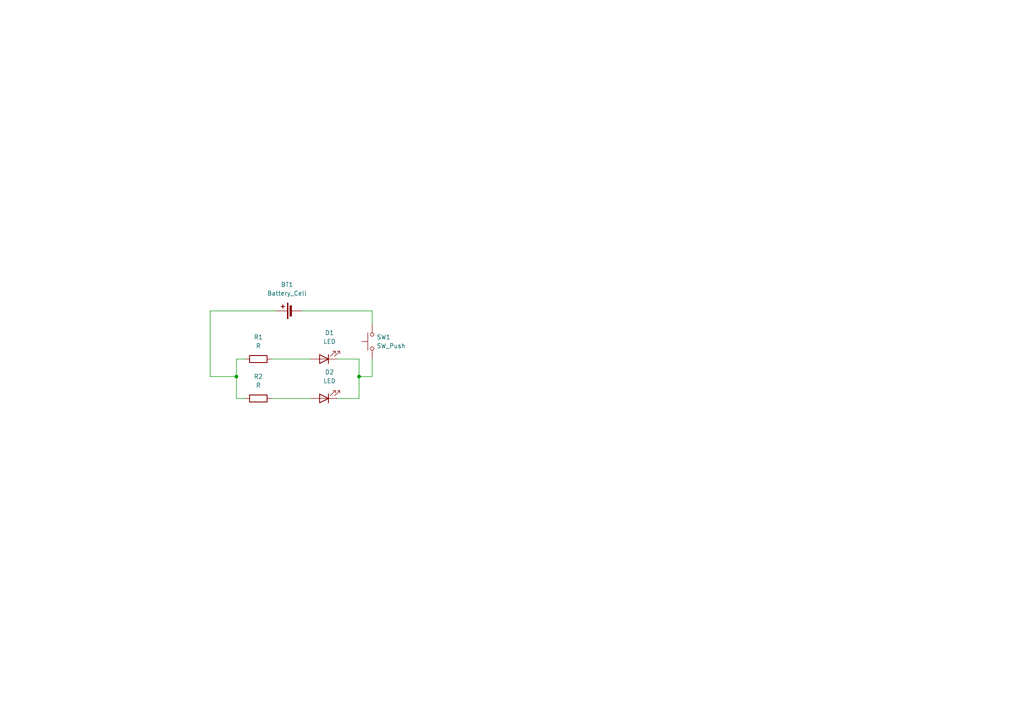
<source format=kicad_sch>
(kicad_sch
	(version 20250114)
	(generator "eeschema")
	(generator_version "9.0")
	(uuid "fecd14c1-0769-4a91-8bc8-a5e29011a5ac")
	(paper "A4")
	(lib_symbols
		(symbol "Device:Battery_Cell"
			(pin_numbers
				(hide yes)
			)
			(pin_names
				(offset 0)
				(hide yes)
			)
			(exclude_from_sim no)
			(in_bom yes)
			(on_board yes)
			(property "Reference" "BT"
				(at 2.54 2.54 0)
				(effects
					(font
						(size 1.27 1.27)
					)
					(justify left)
				)
			)
			(property "Value" "Battery_Cell"
				(at 2.54 0 0)
				(effects
					(font
						(size 1.27 1.27)
					)
					(justify left)
				)
			)
			(property "Footprint" ""
				(at 0 1.524 90)
				(effects
					(font
						(size 1.27 1.27)
					)
					(hide yes)
				)
			)
			(property "Datasheet" "~"
				(at 0 1.524 90)
				(effects
					(font
						(size 1.27 1.27)
					)
					(hide yes)
				)
			)
			(property "Description" "Single-cell battery"
				(at 0 0 0)
				(effects
					(font
						(size 1.27 1.27)
					)
					(hide yes)
				)
			)
			(property "ki_keywords" "battery cell"
				(at 0 0 0)
				(effects
					(font
						(size 1.27 1.27)
					)
					(hide yes)
				)
			)
			(symbol "Battery_Cell_0_1"
				(rectangle
					(start -2.286 1.778)
					(end 2.286 1.524)
					(stroke
						(width 0)
						(type default)
					)
					(fill
						(type outline)
					)
				)
				(rectangle
					(start -1.524 1.016)
					(end 1.524 0.508)
					(stroke
						(width 0)
						(type default)
					)
					(fill
						(type outline)
					)
				)
				(polyline
					(pts
						(xy 0 1.778) (xy 0 2.54)
					)
					(stroke
						(width 0)
						(type default)
					)
					(fill
						(type none)
					)
				)
				(polyline
					(pts
						(xy 0 0.762) (xy 0 0)
					)
					(stroke
						(width 0)
						(type default)
					)
					(fill
						(type none)
					)
				)
				(polyline
					(pts
						(xy 0.762 3.048) (xy 1.778 3.048)
					)
					(stroke
						(width 0.254)
						(type default)
					)
					(fill
						(type none)
					)
				)
				(polyline
					(pts
						(xy 1.27 3.556) (xy 1.27 2.54)
					)
					(stroke
						(width 0.254)
						(type default)
					)
					(fill
						(type none)
					)
				)
			)
			(symbol "Battery_Cell_1_1"
				(pin passive line
					(at 0 5.08 270)
					(length 2.54)
					(name "+"
						(effects
							(font
								(size 1.27 1.27)
							)
						)
					)
					(number "1"
						(effects
							(font
								(size 1.27 1.27)
							)
						)
					)
				)
				(pin passive line
					(at 0 -2.54 90)
					(length 2.54)
					(name "-"
						(effects
							(font
								(size 1.27 1.27)
							)
						)
					)
					(number "2"
						(effects
							(font
								(size 1.27 1.27)
							)
						)
					)
				)
			)
			(embedded_fonts no)
		)
		(symbol "Device:LED"
			(pin_numbers
				(hide yes)
			)
			(pin_names
				(offset 1.016)
				(hide yes)
			)
			(exclude_from_sim no)
			(in_bom yes)
			(on_board yes)
			(property "Reference" "D"
				(at 0 2.54 0)
				(effects
					(font
						(size 1.27 1.27)
					)
				)
			)
			(property "Value" "LED"
				(at 0 -2.54 0)
				(effects
					(font
						(size 1.27 1.27)
					)
				)
			)
			(property "Footprint" ""
				(at 0 0 0)
				(effects
					(font
						(size 1.27 1.27)
					)
					(hide yes)
				)
			)
			(property "Datasheet" "~"
				(at 0 0 0)
				(effects
					(font
						(size 1.27 1.27)
					)
					(hide yes)
				)
			)
			(property "Description" "Light emitting diode"
				(at 0 0 0)
				(effects
					(font
						(size 1.27 1.27)
					)
					(hide yes)
				)
			)
			(property "Sim.Pins" "1=K 2=A"
				(at 0 0 0)
				(effects
					(font
						(size 1.27 1.27)
					)
					(hide yes)
				)
			)
			(property "ki_keywords" "LED diode"
				(at 0 0 0)
				(effects
					(font
						(size 1.27 1.27)
					)
					(hide yes)
				)
			)
			(property "ki_fp_filters" "LED* LED_SMD:* LED_THT:*"
				(at 0 0 0)
				(effects
					(font
						(size 1.27 1.27)
					)
					(hide yes)
				)
			)
			(symbol "LED_0_1"
				(polyline
					(pts
						(xy -3.048 -0.762) (xy -4.572 -2.286) (xy -3.81 -2.286) (xy -4.572 -2.286) (xy -4.572 -1.524)
					)
					(stroke
						(width 0)
						(type default)
					)
					(fill
						(type none)
					)
				)
				(polyline
					(pts
						(xy -1.778 -0.762) (xy -3.302 -2.286) (xy -2.54 -2.286) (xy -3.302 -2.286) (xy -3.302 -1.524)
					)
					(stroke
						(width 0)
						(type default)
					)
					(fill
						(type none)
					)
				)
				(polyline
					(pts
						(xy -1.27 0) (xy 1.27 0)
					)
					(stroke
						(width 0)
						(type default)
					)
					(fill
						(type none)
					)
				)
				(polyline
					(pts
						(xy -1.27 -1.27) (xy -1.27 1.27)
					)
					(stroke
						(width 0.254)
						(type default)
					)
					(fill
						(type none)
					)
				)
				(polyline
					(pts
						(xy 1.27 -1.27) (xy 1.27 1.27) (xy -1.27 0) (xy 1.27 -1.27)
					)
					(stroke
						(width 0.254)
						(type default)
					)
					(fill
						(type none)
					)
				)
			)
			(symbol "LED_1_1"
				(pin passive line
					(at -3.81 0 0)
					(length 2.54)
					(name "K"
						(effects
							(font
								(size 1.27 1.27)
							)
						)
					)
					(number "1"
						(effects
							(font
								(size 1.27 1.27)
							)
						)
					)
				)
				(pin passive line
					(at 3.81 0 180)
					(length 2.54)
					(name "A"
						(effects
							(font
								(size 1.27 1.27)
							)
						)
					)
					(number "2"
						(effects
							(font
								(size 1.27 1.27)
							)
						)
					)
				)
			)
			(embedded_fonts no)
		)
		(symbol "Device:R"
			(pin_numbers
				(hide yes)
			)
			(pin_names
				(offset 0)
			)
			(exclude_from_sim no)
			(in_bom yes)
			(on_board yes)
			(property "Reference" "R"
				(at 2.032 0 90)
				(effects
					(font
						(size 1.27 1.27)
					)
				)
			)
			(property "Value" "R"
				(at 0 0 90)
				(effects
					(font
						(size 1.27 1.27)
					)
				)
			)
			(property "Footprint" ""
				(at -1.778 0 90)
				(effects
					(font
						(size 1.27 1.27)
					)
					(hide yes)
				)
			)
			(property "Datasheet" "~"
				(at 0 0 0)
				(effects
					(font
						(size 1.27 1.27)
					)
					(hide yes)
				)
			)
			(property "Description" "Resistor"
				(at 0 0 0)
				(effects
					(font
						(size 1.27 1.27)
					)
					(hide yes)
				)
			)
			(property "ki_keywords" "R res resistor"
				(at 0 0 0)
				(effects
					(font
						(size 1.27 1.27)
					)
					(hide yes)
				)
			)
			(property "ki_fp_filters" "R_*"
				(at 0 0 0)
				(effects
					(font
						(size 1.27 1.27)
					)
					(hide yes)
				)
			)
			(symbol "R_0_1"
				(rectangle
					(start -1.016 -2.54)
					(end 1.016 2.54)
					(stroke
						(width 0.254)
						(type default)
					)
					(fill
						(type none)
					)
				)
			)
			(symbol "R_1_1"
				(pin passive line
					(at 0 3.81 270)
					(length 1.27)
					(name "~"
						(effects
							(font
								(size 1.27 1.27)
							)
						)
					)
					(number "1"
						(effects
							(font
								(size 1.27 1.27)
							)
						)
					)
				)
				(pin passive line
					(at 0 -3.81 90)
					(length 1.27)
					(name "~"
						(effects
							(font
								(size 1.27 1.27)
							)
						)
					)
					(number "2"
						(effects
							(font
								(size 1.27 1.27)
							)
						)
					)
				)
			)
			(embedded_fonts no)
		)
		(symbol "Switch:SW_Push"
			(pin_numbers
				(hide yes)
			)
			(pin_names
				(offset 1.016)
				(hide yes)
			)
			(exclude_from_sim no)
			(in_bom yes)
			(on_board yes)
			(property "Reference" "SW"
				(at 1.27 2.54 0)
				(effects
					(font
						(size 1.27 1.27)
					)
					(justify left)
				)
			)
			(property "Value" "SW_Push"
				(at 0 -1.524 0)
				(effects
					(font
						(size 1.27 1.27)
					)
				)
			)
			(property "Footprint" ""
				(at 0 5.08 0)
				(effects
					(font
						(size 1.27 1.27)
					)
					(hide yes)
				)
			)
			(property "Datasheet" "~"
				(at 0 5.08 0)
				(effects
					(font
						(size 1.27 1.27)
					)
					(hide yes)
				)
			)
			(property "Description" "Push button switch, generic, two pins"
				(at 0 0 0)
				(effects
					(font
						(size 1.27 1.27)
					)
					(hide yes)
				)
			)
			(property "ki_keywords" "switch normally-open pushbutton push-button"
				(at 0 0 0)
				(effects
					(font
						(size 1.27 1.27)
					)
					(hide yes)
				)
			)
			(symbol "SW_Push_0_1"
				(circle
					(center -2.032 0)
					(radius 0.508)
					(stroke
						(width 0)
						(type default)
					)
					(fill
						(type none)
					)
				)
				(polyline
					(pts
						(xy 0 1.27) (xy 0 3.048)
					)
					(stroke
						(width 0)
						(type default)
					)
					(fill
						(type none)
					)
				)
				(circle
					(center 2.032 0)
					(radius 0.508)
					(stroke
						(width 0)
						(type default)
					)
					(fill
						(type none)
					)
				)
				(polyline
					(pts
						(xy 2.54 1.27) (xy -2.54 1.27)
					)
					(stroke
						(width 0)
						(type default)
					)
					(fill
						(type none)
					)
				)
				(pin passive line
					(at -5.08 0 0)
					(length 2.54)
					(name "1"
						(effects
							(font
								(size 1.27 1.27)
							)
						)
					)
					(number "1"
						(effects
							(font
								(size 1.27 1.27)
							)
						)
					)
				)
				(pin passive line
					(at 5.08 0 180)
					(length 2.54)
					(name "2"
						(effects
							(font
								(size 1.27 1.27)
							)
						)
					)
					(number "2"
						(effects
							(font
								(size 1.27 1.27)
							)
						)
					)
				)
			)
			(embedded_fonts no)
		)
	)
	(junction
		(at 104.14 109.22)
		(diameter 0)
		(color 0 0 0 0)
		(uuid "1d029031-0fa9-4f14-9044-dffdfe41cfa4")
	)
	(junction
		(at 68.58 109.22)
		(diameter 0)
		(color 0 0 0 0)
		(uuid "bf2f76df-af58-4983-8f3d-bf6a51b55302")
	)
	(wire
		(pts
			(xy 104.14 109.22) (xy 104.14 115.57)
		)
		(stroke
			(width 0)
			(type default)
		)
		(uuid "0463b5c4-23da-475d-93e6-b37c1ad46d7b")
	)
	(wire
		(pts
			(xy 68.58 109.22) (xy 68.58 104.14)
		)
		(stroke
			(width 0)
			(type default)
		)
		(uuid "1f1e4a59-4cc5-4884-98d4-60d22f611aa0")
	)
	(wire
		(pts
			(xy 68.58 104.14) (xy 71.12 104.14)
		)
		(stroke
			(width 0)
			(type default)
		)
		(uuid "2a4e10fc-b6be-409e-b9db-2786d0bc8e7d")
	)
	(wire
		(pts
			(xy 60.96 90.17) (xy 60.96 109.22)
		)
		(stroke
			(width 0)
			(type default)
		)
		(uuid "32a6ebc7-a9fb-4826-99f8-e66cdf11c32b")
	)
	(wire
		(pts
			(xy 78.74 104.14) (xy 90.17 104.14)
		)
		(stroke
			(width 0)
			(type default)
		)
		(uuid "38905020-8e16-455c-ae51-9af67eb3f024")
	)
	(wire
		(pts
			(xy 78.74 115.57) (xy 90.17 115.57)
		)
		(stroke
			(width 0)
			(type default)
		)
		(uuid "420bd37f-ca3c-4b7c-af56-3048466f76fd")
	)
	(wire
		(pts
			(xy 68.58 115.57) (xy 71.12 115.57)
		)
		(stroke
			(width 0)
			(type default)
		)
		(uuid "5012e1ec-c48d-48a3-870f-a84d8b0fcdf9")
	)
	(wire
		(pts
			(xy 60.96 109.22) (xy 68.58 109.22)
		)
		(stroke
			(width 0)
			(type default)
		)
		(uuid "5443a486-ddef-4568-aaf8-62db50aa130b")
	)
	(wire
		(pts
			(xy 107.95 90.17) (xy 87.63 90.17)
		)
		(stroke
			(width 0)
			(type default)
		)
		(uuid "5bc42e01-f92a-4530-8875-76d89db7ddeb")
	)
	(wire
		(pts
			(xy 104.14 115.57) (xy 97.79 115.57)
		)
		(stroke
			(width 0)
			(type default)
		)
		(uuid "7d7c297d-6c93-426f-88d9-5dc1a0d5c01e")
	)
	(wire
		(pts
			(xy 104.14 104.14) (xy 104.14 109.22)
		)
		(stroke
			(width 0)
			(type default)
		)
		(uuid "7e723961-6754-4e2c-875e-bb2552d4964f")
	)
	(wire
		(pts
			(xy 80.01 90.17) (xy 60.96 90.17)
		)
		(stroke
			(width 0)
			(type default)
		)
		(uuid "b0bd5e91-6c18-42dd-8769-0b8fc0d6c595")
	)
	(wire
		(pts
			(xy 97.79 104.14) (xy 104.14 104.14)
		)
		(stroke
			(width 0)
			(type default)
		)
		(uuid "bda5a5cc-1106-4862-b4dc-658b0b09a78a")
	)
	(wire
		(pts
			(xy 104.14 109.22) (xy 107.95 109.22)
		)
		(stroke
			(width 0)
			(type default)
		)
		(uuid "d118b27f-ca71-483b-bfc6-5da0f072b333")
	)
	(wire
		(pts
			(xy 107.95 93.98) (xy 107.95 90.17)
		)
		(stroke
			(width 0)
			(type default)
		)
		(uuid "d71838dd-77cb-4162-beff-6dc6a0c4a6ee")
	)
	(wire
		(pts
			(xy 68.58 109.22) (xy 68.58 115.57)
		)
		(stroke
			(width 0)
			(type default)
		)
		(uuid "e4649f52-6c1c-4f1c-8ef9-28268e14b53c")
	)
	(wire
		(pts
			(xy 107.95 109.22) (xy 107.95 104.14)
		)
		(stroke
			(width 0)
			(type default)
		)
		(uuid "f704e471-6a6c-4e3a-9961-c1227064076c")
	)
	(symbol
		(lib_id "Device:LED")
		(at 93.98 115.57 180)
		(unit 1)
		(exclude_from_sim no)
		(in_bom yes)
		(on_board yes)
		(dnp no)
		(fields_autoplaced yes)
		(uuid "04d5adda-d2e8-4079-a73c-5585e428b5b1")
		(property "Reference" "D2"
			(at 95.5675 107.95 0)
			(effects
				(font
					(size 1.27 1.27)
				)
			)
		)
		(property "Value" "LED"
			(at 95.5675 110.49 0)
			(effects
				(font
					(size 1.27 1.27)
				)
			)
		)
		(property "Footprint" "LED_THT:LED_D5.0mm"
			(at 93.98 115.57 0)
			(effects
				(font
					(size 1.27 1.27)
				)
				(hide yes)
			)
		)
		(property "Datasheet" "~"
			(at 93.98 115.57 0)
			(effects
				(font
					(size 1.27 1.27)
				)
				(hide yes)
			)
		)
		(property "Description" "Light emitting diode"
			(at 93.98 115.57 0)
			(effects
				(font
					(size 1.27 1.27)
				)
				(hide yes)
			)
		)
		(property "Sim.Pins" "1=K 2=A"
			(at 93.98 115.57 0)
			(effects
				(font
					(size 1.27 1.27)
				)
				(hide yes)
			)
		)
		(pin "2"
			(uuid "ab193bad-c301-4e93-b405-6b12d336305a")
		)
		(pin "1"
			(uuid "baa035a6-3a67-478d-a31c-12b7a0800153")
		)
		(instances
			(project ""
				(path "/fecd14c1-0769-4a91-8bc8-a5e29011a5ac"
					(reference "D2")
					(unit 1)
				)
			)
		)
	)
	(symbol
		(lib_id "Device:LED")
		(at 93.98 104.14 180)
		(unit 1)
		(exclude_from_sim no)
		(in_bom yes)
		(on_board yes)
		(dnp no)
		(fields_autoplaced yes)
		(uuid "14b13caa-1cc6-48e8-9d5a-7ac6d44a0f93")
		(property "Reference" "D1"
			(at 95.5675 96.52 0)
			(effects
				(font
					(size 1.27 1.27)
				)
			)
		)
		(property "Value" "LED"
			(at 95.5675 99.06 0)
			(effects
				(font
					(size 1.27 1.27)
				)
			)
		)
		(property "Footprint" "LED_THT:LED_D5.0mm"
			(at 93.98 104.14 0)
			(effects
				(font
					(size 1.27 1.27)
				)
				(hide yes)
			)
		)
		(property "Datasheet" "~"
			(at 93.98 104.14 0)
			(effects
				(font
					(size 1.27 1.27)
				)
				(hide yes)
			)
		)
		(property "Description" "Light emitting diode"
			(at 93.98 104.14 0)
			(effects
				(font
					(size 1.27 1.27)
				)
				(hide yes)
			)
		)
		(property "Sim.Pins" "1=K 2=A"
			(at 93.98 104.14 0)
			(effects
				(font
					(size 1.27 1.27)
				)
				(hide yes)
			)
		)
		(pin "1"
			(uuid "7d987c8a-1174-4332-898c-8ce0553cfa52")
		)
		(pin "2"
			(uuid "d29c0ee4-ee57-4f4f-b6af-b10239a3fa03")
		)
		(instances
			(project ""
				(path "/fecd14c1-0769-4a91-8bc8-a5e29011a5ac"
					(reference "D1")
					(unit 1)
				)
			)
		)
	)
	(symbol
		(lib_id "Device:R")
		(at 74.93 115.57 90)
		(unit 1)
		(exclude_from_sim no)
		(in_bom yes)
		(on_board yes)
		(dnp no)
		(fields_autoplaced yes)
		(uuid "17596fd4-e8c8-4edd-9277-c08aa0c3cf04")
		(property "Reference" "R2"
			(at 74.93 109.22 90)
			(effects
				(font
					(size 1.27 1.27)
				)
			)
		)
		(property "Value" "R"
			(at 74.93 111.76 90)
			(effects
				(font
					(size 1.27 1.27)
				)
			)
		)
		(property "Footprint" "Resistor_THT:R_Axial_DIN0207_L6.3mm_D2.5mm_P7.62mm_Horizontal"
			(at 74.93 117.348 90)
			(effects
				(font
					(size 1.27 1.27)
				)
				(hide yes)
			)
		)
		(property "Datasheet" "~"
			(at 74.93 115.57 0)
			(effects
				(font
					(size 1.27 1.27)
				)
				(hide yes)
			)
		)
		(property "Description" "Resistor"
			(at 74.93 115.57 0)
			(effects
				(font
					(size 1.27 1.27)
				)
				(hide yes)
			)
		)
		(pin "1"
			(uuid "a262ce4a-28ae-4abc-a2b2-8f786ff24647")
		)
		(pin "2"
			(uuid "a70287fa-a503-4103-8aab-885e7b1c7360")
		)
		(instances
			(project "cat_keychain"
				(path "/fecd14c1-0769-4a91-8bc8-a5e29011a5ac"
					(reference "R2")
					(unit 1)
				)
			)
		)
	)
	(symbol
		(lib_id "Switch:SW_Push")
		(at 107.95 99.06 90)
		(unit 1)
		(exclude_from_sim no)
		(in_bom yes)
		(on_board yes)
		(dnp no)
		(fields_autoplaced yes)
		(uuid "4f455268-ac27-42a3-92ac-5d4475bcec92")
		(property "Reference" "SW1"
			(at 109.22 97.7899 90)
			(effects
				(font
					(size 1.27 1.27)
				)
				(justify right)
			)
		)
		(property "Value" "SW_Push"
			(at 109.22 100.3299 90)
			(effects
				(font
					(size 1.27 1.27)
				)
				(justify right)
			)
		)
		(property "Footprint" "Button_Switch_THT:SW_PUSH_6mm"
			(at 102.87 99.06 0)
			(effects
				(font
					(size 1.27 1.27)
				)
				(hide yes)
			)
		)
		(property "Datasheet" "~"
			(at 102.87 99.06 0)
			(effects
				(font
					(size 1.27 1.27)
				)
				(hide yes)
			)
		)
		(property "Description" "Push button switch, generic, two pins"
			(at 107.95 99.06 0)
			(effects
				(font
					(size 1.27 1.27)
				)
				(hide yes)
			)
		)
		(pin "1"
			(uuid "ef61dc5e-2ebf-4277-a489-5850fd21310e")
		)
		(pin "2"
			(uuid "8b3e6020-8c87-48d3-b62f-d62c20756811")
		)
		(instances
			(project ""
				(path "/fecd14c1-0769-4a91-8bc8-a5e29011a5ac"
					(reference "SW1")
					(unit 1)
				)
			)
		)
	)
	(symbol
		(lib_id "Device:Battery_Cell")
		(at 85.09 90.17 90)
		(unit 1)
		(exclude_from_sim no)
		(in_bom yes)
		(on_board yes)
		(dnp no)
		(fields_autoplaced yes)
		(uuid "760580e7-047e-4eb0-bd33-2d4091a9a609")
		(property "Reference" "BT1"
			(at 83.2485 82.55 90)
			(effects
				(font
					(size 1.27 1.27)
				)
			)
		)
		(property "Value" "Battery_Cell"
			(at 83.2485 85.09 90)
			(effects
				(font
					(size 1.27 1.27)
				)
			)
		)
		(property "Footprint" "Battery:BatteryHolder_Keystone_3034_1x20mm"
			(at 83.566 90.17 90)
			(effects
				(font
					(size 1.27 1.27)
				)
				(hide yes)
			)
		)
		(property "Datasheet" "~"
			(at 83.566 90.17 90)
			(effects
				(font
					(size 1.27 1.27)
				)
				(hide yes)
			)
		)
		(property "Description" "Single-cell battery"
			(at 85.09 90.17 0)
			(effects
				(font
					(size 1.27 1.27)
				)
				(hide yes)
			)
		)
		(pin "1"
			(uuid "be49a399-0cb0-47c1-867e-c93032431b2f")
		)
		(pin "2"
			(uuid "374e4d11-d400-4cc4-a93c-17e89ba76cdc")
		)
		(instances
			(project ""
				(path "/fecd14c1-0769-4a91-8bc8-a5e29011a5ac"
					(reference "BT1")
					(unit 1)
				)
			)
		)
	)
	(symbol
		(lib_id "Device:R")
		(at 74.93 104.14 90)
		(unit 1)
		(exclude_from_sim no)
		(in_bom yes)
		(on_board yes)
		(dnp no)
		(fields_autoplaced yes)
		(uuid "80d9e931-6409-41b2-b2ef-8af795d8ead3")
		(property "Reference" "R1"
			(at 74.93 97.79 90)
			(effects
				(font
					(size 1.27 1.27)
				)
			)
		)
		(property "Value" "R"
			(at 74.93 100.33 90)
			(effects
				(font
					(size 1.27 1.27)
				)
			)
		)
		(property "Footprint" "Resistor_THT:R_Axial_DIN0207_L6.3mm_D2.5mm_P7.62mm_Horizontal"
			(at 74.93 105.918 90)
			(effects
				(font
					(size 1.27 1.27)
				)
				(hide yes)
			)
		)
		(property "Datasheet" "~"
			(at 74.93 104.14 0)
			(effects
				(font
					(size 1.27 1.27)
				)
				(hide yes)
			)
		)
		(property "Description" "Resistor"
			(at 74.93 104.14 0)
			(effects
				(font
					(size 1.27 1.27)
				)
				(hide yes)
			)
		)
		(pin "1"
			(uuid "cc0e7c3e-0866-4e85-916c-515cb863e6d1")
		)
		(pin "2"
			(uuid "6d2d4964-5ebf-45a3-8b09-c1ba647645cc")
		)
		(instances
			(project ""
				(path "/fecd14c1-0769-4a91-8bc8-a5e29011a5ac"
					(reference "R1")
					(unit 1)
				)
			)
		)
	)
	(sheet_instances
		(path "/"
			(page "1")
		)
	)
	(embedded_fonts no)
)

</source>
